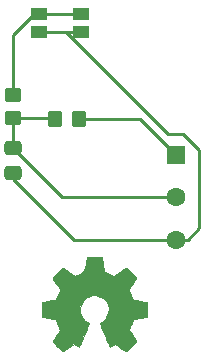
<source format=gbr>
%TF.GenerationSoftware,KiCad,Pcbnew,(6.0.5)*%
%TF.CreationDate,2022-05-15T18:56:35+01:00*%
%TF.ProjectId,shoulderButton,73686f75-6c64-4657-9242-7574746f6e2e,Rev1-F*%
%TF.SameCoordinates,Original*%
%TF.FileFunction,Copper,L1,Top*%
%TF.FilePolarity,Positive*%
%FSLAX46Y46*%
G04 Gerber Fmt 4.6, Leading zero omitted, Abs format (unit mm)*
G04 Created by KiCad (PCBNEW (6.0.5)) date 2022-05-15 18:56:35*
%MOMM*%
%LPD*%
G01*
G04 APERTURE LIST*
G04 Aperture macros list*
%AMRoundRect*
0 Rectangle with rounded corners*
0 $1 Rounding radius*
0 $2 $3 $4 $5 $6 $7 $8 $9 X,Y pos of 4 corners*
0 Add a 4 corners polygon primitive as box body*
4,1,4,$2,$3,$4,$5,$6,$7,$8,$9,$2,$3,0*
0 Add four circle primitives for the rounded corners*
1,1,$1+$1,$2,$3*
1,1,$1+$1,$4,$5*
1,1,$1+$1,$6,$7*
1,1,$1+$1,$8,$9*
0 Add four rect primitives between the rounded corners*
20,1,$1+$1,$2,$3,$4,$5,0*
20,1,$1+$1,$4,$5,$6,$7,0*
20,1,$1+$1,$6,$7,$8,$9,0*
20,1,$1+$1,$8,$9,$2,$3,0*%
G04 Aperture macros list end*
%TA.AperFunction,EtchedComponent*%
%ADD10C,0.010000*%
%TD*%
%TA.AperFunction,SMDPad,CuDef*%
%ADD11R,1.400000X1.050000*%
%TD*%
%TA.AperFunction,SMDPad,CuDef*%
%ADD12RoundRect,0.250000X-0.475000X0.337500X-0.475000X-0.337500X0.475000X-0.337500X0.475000X0.337500X0*%
%TD*%
%TA.AperFunction,SMDPad,CuDef*%
%ADD13RoundRect,0.250000X-0.450000X0.350000X-0.450000X-0.350000X0.450000X-0.350000X0.450000X0.350000X0*%
%TD*%
%TA.AperFunction,SMDPad,CuDef*%
%ADD14RoundRect,0.250000X0.350000X0.450000X-0.350000X0.450000X-0.350000X-0.450000X0.350000X-0.450000X0*%
%TD*%
%TA.AperFunction,ComponentPad*%
%ADD15RoundRect,0.250000X-0.550000X0.550000X-0.550000X-0.550000X0.550000X-0.550000X0.550000X0.550000X0*%
%TD*%
%TA.AperFunction,ComponentPad*%
%ADD16C,1.600000*%
%TD*%
%TA.AperFunction,Conductor*%
%ADD17C,0.250000*%
%TD*%
G04 APERTURE END LIST*
%TO.C,REF\u002A\u002A*%
G36*
X48625536Y-68609427D02*
G01*
X48738118Y-69206618D01*
X49153531Y-69377865D01*
X49568945Y-69549112D01*
X50067302Y-69210233D01*
X50206869Y-69115877D01*
X50333029Y-69031630D01*
X50439896Y-68961338D01*
X50521583Y-68908847D01*
X50572202Y-68878004D01*
X50585987Y-68871353D01*
X50610821Y-68888458D01*
X50663889Y-68935744D01*
X50739241Y-69007172D01*
X50830930Y-69096700D01*
X50933008Y-69198289D01*
X51039527Y-69305898D01*
X51144537Y-69413487D01*
X51242092Y-69515015D01*
X51326243Y-69604441D01*
X51391041Y-69675726D01*
X51430538Y-69722828D01*
X51439981Y-69738592D01*
X51426392Y-69767653D01*
X51388294Y-69831321D01*
X51329694Y-69923367D01*
X51254598Y-70037564D01*
X51167009Y-70167684D01*
X51116255Y-70241901D01*
X51023746Y-70377422D01*
X50941541Y-70499716D01*
X50873631Y-70602695D01*
X50824001Y-70680273D01*
X50796641Y-70726361D01*
X50792530Y-70736047D01*
X50801850Y-70763574D01*
X50827255Y-70827728D01*
X50864912Y-70919490D01*
X50910987Y-71029839D01*
X50961647Y-71149755D01*
X51013060Y-71270219D01*
X51061390Y-71382209D01*
X51102807Y-71476707D01*
X51133475Y-71544692D01*
X51149562Y-71577143D01*
X51150512Y-71578420D01*
X51175773Y-71584617D01*
X51243046Y-71598440D01*
X51345361Y-71618532D01*
X51475742Y-71643534D01*
X51627217Y-71672086D01*
X51715594Y-71688551D01*
X51877453Y-71719369D01*
X52023650Y-71748694D01*
X52146788Y-71774921D01*
X52239470Y-71796446D01*
X52294302Y-71811665D01*
X52305324Y-71816493D01*
X52316119Y-71849174D01*
X52324830Y-71922985D01*
X52331461Y-72029292D01*
X52336019Y-72159467D01*
X52338510Y-72304876D01*
X52338939Y-72456890D01*
X52337312Y-72606877D01*
X52333636Y-72746206D01*
X52327916Y-72866245D01*
X52320158Y-72958365D01*
X52310369Y-73013932D01*
X52304497Y-73025500D01*
X52269400Y-73039365D01*
X52195029Y-73059188D01*
X52091224Y-73082639D01*
X51967820Y-73107391D01*
X51924742Y-73115398D01*
X51717048Y-73153441D01*
X51552985Y-73184079D01*
X51427131Y-73208529D01*
X51334066Y-73228009D01*
X51268368Y-73243736D01*
X51224618Y-73256928D01*
X51197393Y-73268804D01*
X51181273Y-73280580D01*
X51179018Y-73282908D01*
X51156504Y-73320400D01*
X51122159Y-73393365D01*
X51079412Y-73492867D01*
X51031693Y-73609973D01*
X50982431Y-73735748D01*
X50935056Y-73861257D01*
X50892996Y-73977565D01*
X50859681Y-74075739D01*
X50838542Y-74146843D01*
X50833006Y-74181942D01*
X50833467Y-74183172D01*
X50852224Y-74211861D01*
X50894777Y-74274985D01*
X50956654Y-74365973D01*
X51033383Y-74478255D01*
X51120492Y-74605260D01*
X51145299Y-74641353D01*
X51233753Y-74772203D01*
X51311589Y-74891591D01*
X51374567Y-74992662D01*
X51418446Y-75068559D01*
X51438986Y-75112427D01*
X51439981Y-75117817D01*
X51422723Y-75146144D01*
X51375036Y-75202261D01*
X51303051Y-75280137D01*
X51212898Y-75373740D01*
X51110706Y-75477041D01*
X51002606Y-75584006D01*
X50894729Y-75688606D01*
X50793205Y-75784809D01*
X50704163Y-75866584D01*
X50633734Y-75927900D01*
X50588048Y-75962726D01*
X50575410Y-75968412D01*
X50545992Y-75955020D01*
X50485762Y-75918899D01*
X50404530Y-75866136D01*
X50342031Y-75823667D01*
X50228786Y-75745740D01*
X50094675Y-75653984D01*
X49960156Y-75562375D01*
X49887834Y-75513346D01*
X49643039Y-75347770D01*
X49437551Y-75458875D01*
X49343937Y-75507548D01*
X49264331Y-75545381D01*
X49210468Y-75566958D01*
X49196758Y-75569961D01*
X49180271Y-75547793D01*
X49147746Y-75485149D01*
X49101609Y-75387809D01*
X49044291Y-75261549D01*
X48978217Y-75112150D01*
X48905816Y-74945388D01*
X48829517Y-74767042D01*
X48751747Y-74582891D01*
X48674935Y-74398712D01*
X48601507Y-74220285D01*
X48533893Y-74053387D01*
X48474521Y-73903797D01*
X48425817Y-73777293D01*
X48390211Y-73679654D01*
X48370131Y-73616657D01*
X48366901Y-73595021D01*
X48392497Y-73567424D01*
X48448539Y-73522625D01*
X48523312Y-73469934D01*
X48529588Y-73465765D01*
X48722846Y-73311069D01*
X48878675Y-73130591D01*
X48995725Y-72930102D01*
X49072646Y-72715374D01*
X49108087Y-72492177D01*
X49100698Y-72266281D01*
X49049128Y-72043459D01*
X48952027Y-71829479D01*
X48923459Y-71782664D01*
X48774869Y-71593618D01*
X48599328Y-71441812D01*
X48402911Y-71328034D01*
X48191694Y-71253075D01*
X47971754Y-71217722D01*
X47749164Y-71222767D01*
X47530002Y-71268999D01*
X47320343Y-71357206D01*
X47126262Y-71488179D01*
X47066227Y-71541337D01*
X46913436Y-71707739D01*
X46802098Y-71882912D01*
X46725724Y-72079266D01*
X46683188Y-72273717D01*
X46672687Y-72492342D01*
X46707701Y-72712052D01*
X46784674Y-72925420D01*
X46900048Y-73125022D01*
X47050266Y-73303429D01*
X47231774Y-73453217D01*
X47255628Y-73469006D01*
X47331202Y-73520712D01*
X47388652Y-73565512D01*
X47416118Y-73594117D01*
X47416518Y-73595021D01*
X47410621Y-73625964D01*
X47387246Y-73696191D01*
X47348822Y-73799925D01*
X47297778Y-73931390D01*
X47236543Y-74084807D01*
X47167545Y-74254401D01*
X47093214Y-74434393D01*
X47015979Y-74619008D01*
X46938269Y-74802468D01*
X46862512Y-74978996D01*
X46791138Y-75142814D01*
X46726575Y-75288147D01*
X46671253Y-75409217D01*
X46627601Y-75500247D01*
X46598047Y-75555460D01*
X46586145Y-75569961D01*
X46549778Y-75558669D01*
X46481731Y-75528385D01*
X46393737Y-75484520D01*
X46345351Y-75458875D01*
X46139864Y-75347770D01*
X45895069Y-75513346D01*
X45770107Y-75598170D01*
X45633296Y-75691516D01*
X45505089Y-75779408D01*
X45440872Y-75823667D01*
X45350552Y-75884318D01*
X45274072Y-75932381D01*
X45221408Y-75961770D01*
X45204303Y-75967982D01*
X45179406Y-75951223D01*
X45124306Y-75904436D01*
X45044344Y-75832480D01*
X44944861Y-75740212D01*
X44831201Y-75632490D01*
X44759316Y-75563326D01*
X44633552Y-75439757D01*
X44524864Y-75329234D01*
X44437646Y-75236485D01*
X44376290Y-75166237D01*
X44345192Y-75123220D01*
X44342209Y-75114490D01*
X44356054Y-75081284D01*
X44394313Y-75014142D01*
X44452742Y-74919863D01*
X44527098Y-74805245D01*
X44613136Y-74677083D01*
X44637603Y-74641353D01*
X44726755Y-74511489D01*
X44806739Y-74394569D01*
X44873081Y-74297162D01*
X44921312Y-74225839D01*
X44946958Y-74187170D01*
X44949436Y-74183172D01*
X44945730Y-74152355D01*
X44926062Y-74084599D01*
X44893861Y-73988839D01*
X44852556Y-73874009D01*
X44805576Y-73749044D01*
X44756350Y-73622879D01*
X44708309Y-73504448D01*
X44664882Y-73402685D01*
X44629497Y-73326526D01*
X44605585Y-73284904D01*
X44603885Y-73282908D01*
X44589263Y-73271013D01*
X44564566Y-73259250D01*
X44524373Y-73246401D01*
X44463264Y-73231249D01*
X44375818Y-73212576D01*
X44256613Y-73189165D01*
X44100228Y-73159797D01*
X43901244Y-73123255D01*
X43858161Y-73115398D01*
X43730471Y-73090727D01*
X43619154Y-73066593D01*
X43534046Y-73045324D01*
X43484984Y-73029248D01*
X43478406Y-73025500D01*
X43467565Y-72992273D01*
X43458754Y-72918021D01*
X43451977Y-72811376D01*
X43447241Y-72680967D01*
X43444551Y-72535427D01*
X43443914Y-72383386D01*
X43445335Y-72233476D01*
X43448821Y-72094328D01*
X43454377Y-71974572D01*
X43462009Y-71882841D01*
X43471723Y-71827766D01*
X43477579Y-71816493D01*
X43510181Y-71805123D01*
X43584419Y-71786624D01*
X43692897Y-71762602D01*
X43828218Y-71734662D01*
X43982986Y-71704408D01*
X44067308Y-71688551D01*
X44227297Y-71658644D01*
X44369968Y-71631550D01*
X44488349Y-71608631D01*
X44575466Y-71591243D01*
X44624346Y-71580747D01*
X44632391Y-71578420D01*
X44645988Y-71552186D01*
X44674730Y-71488995D01*
X44714786Y-71397877D01*
X44762325Y-71287857D01*
X44813516Y-71167965D01*
X44864527Y-71047227D01*
X44911527Y-70934671D01*
X44950685Y-70839326D01*
X44978170Y-70770217D01*
X44990150Y-70736374D01*
X44990373Y-70734895D01*
X44976792Y-70708197D01*
X44938716Y-70646760D01*
X44880148Y-70556689D01*
X44805089Y-70444090D01*
X44717541Y-70315070D01*
X44666648Y-70240961D01*
X44573910Y-70105077D01*
X44491542Y-69981709D01*
X44423562Y-69877097D01*
X44373989Y-69797483D01*
X44346843Y-69749107D01*
X44342922Y-69738262D01*
X44359776Y-69713020D01*
X44406369Y-69659124D01*
X44476749Y-69582613D01*
X44564966Y-69489523D01*
X44665066Y-69385895D01*
X44771099Y-69277764D01*
X44877112Y-69171170D01*
X44977153Y-69072150D01*
X45065271Y-68986742D01*
X45135514Y-68920985D01*
X45181929Y-68880916D01*
X45197457Y-68871353D01*
X45222740Y-68884800D01*
X45283212Y-68922575D01*
X45372993Y-68980835D01*
X45486204Y-69055734D01*
X45616964Y-69143425D01*
X45715600Y-69210233D01*
X46213958Y-69549112D01*
X46629371Y-69377865D01*
X47044785Y-69206618D01*
X47157367Y-68609427D01*
X47269950Y-68012235D01*
X48512953Y-68012235D01*
X48625536Y-68609427D01*
G37*
D10*
X48625536Y-68609427D02*
X48738118Y-69206618D01*
X49153531Y-69377865D01*
X49568945Y-69549112D01*
X50067302Y-69210233D01*
X50206869Y-69115877D01*
X50333029Y-69031630D01*
X50439896Y-68961338D01*
X50521583Y-68908847D01*
X50572202Y-68878004D01*
X50585987Y-68871353D01*
X50610821Y-68888458D01*
X50663889Y-68935744D01*
X50739241Y-69007172D01*
X50830930Y-69096700D01*
X50933008Y-69198289D01*
X51039527Y-69305898D01*
X51144537Y-69413487D01*
X51242092Y-69515015D01*
X51326243Y-69604441D01*
X51391041Y-69675726D01*
X51430538Y-69722828D01*
X51439981Y-69738592D01*
X51426392Y-69767653D01*
X51388294Y-69831321D01*
X51329694Y-69923367D01*
X51254598Y-70037564D01*
X51167009Y-70167684D01*
X51116255Y-70241901D01*
X51023746Y-70377422D01*
X50941541Y-70499716D01*
X50873631Y-70602695D01*
X50824001Y-70680273D01*
X50796641Y-70726361D01*
X50792530Y-70736047D01*
X50801850Y-70763574D01*
X50827255Y-70827728D01*
X50864912Y-70919490D01*
X50910987Y-71029839D01*
X50961647Y-71149755D01*
X51013060Y-71270219D01*
X51061390Y-71382209D01*
X51102807Y-71476707D01*
X51133475Y-71544692D01*
X51149562Y-71577143D01*
X51150512Y-71578420D01*
X51175773Y-71584617D01*
X51243046Y-71598440D01*
X51345361Y-71618532D01*
X51475742Y-71643534D01*
X51627217Y-71672086D01*
X51715594Y-71688551D01*
X51877453Y-71719369D01*
X52023650Y-71748694D01*
X52146788Y-71774921D01*
X52239470Y-71796446D01*
X52294302Y-71811665D01*
X52305324Y-71816493D01*
X52316119Y-71849174D01*
X52324830Y-71922985D01*
X52331461Y-72029292D01*
X52336019Y-72159467D01*
X52338510Y-72304876D01*
X52338939Y-72456890D01*
X52337312Y-72606877D01*
X52333636Y-72746206D01*
X52327916Y-72866245D01*
X52320158Y-72958365D01*
X52310369Y-73013932D01*
X52304497Y-73025500D01*
X52269400Y-73039365D01*
X52195029Y-73059188D01*
X52091224Y-73082639D01*
X51967820Y-73107391D01*
X51924742Y-73115398D01*
X51717048Y-73153441D01*
X51552985Y-73184079D01*
X51427131Y-73208529D01*
X51334066Y-73228009D01*
X51268368Y-73243736D01*
X51224618Y-73256928D01*
X51197393Y-73268804D01*
X51181273Y-73280580D01*
X51179018Y-73282908D01*
X51156504Y-73320400D01*
X51122159Y-73393365D01*
X51079412Y-73492867D01*
X51031693Y-73609973D01*
X50982431Y-73735748D01*
X50935056Y-73861257D01*
X50892996Y-73977565D01*
X50859681Y-74075739D01*
X50838542Y-74146843D01*
X50833006Y-74181942D01*
X50833467Y-74183172D01*
X50852224Y-74211861D01*
X50894777Y-74274985D01*
X50956654Y-74365973D01*
X51033383Y-74478255D01*
X51120492Y-74605260D01*
X51145299Y-74641353D01*
X51233753Y-74772203D01*
X51311589Y-74891591D01*
X51374567Y-74992662D01*
X51418446Y-75068559D01*
X51438986Y-75112427D01*
X51439981Y-75117817D01*
X51422723Y-75146144D01*
X51375036Y-75202261D01*
X51303051Y-75280137D01*
X51212898Y-75373740D01*
X51110706Y-75477041D01*
X51002606Y-75584006D01*
X50894729Y-75688606D01*
X50793205Y-75784809D01*
X50704163Y-75866584D01*
X50633734Y-75927900D01*
X50588048Y-75962726D01*
X50575410Y-75968412D01*
X50545992Y-75955020D01*
X50485762Y-75918899D01*
X50404530Y-75866136D01*
X50342031Y-75823667D01*
X50228786Y-75745740D01*
X50094675Y-75653984D01*
X49960156Y-75562375D01*
X49887834Y-75513346D01*
X49643039Y-75347770D01*
X49437551Y-75458875D01*
X49343937Y-75507548D01*
X49264331Y-75545381D01*
X49210468Y-75566958D01*
X49196758Y-75569961D01*
X49180271Y-75547793D01*
X49147746Y-75485149D01*
X49101609Y-75387809D01*
X49044291Y-75261549D01*
X48978217Y-75112150D01*
X48905816Y-74945388D01*
X48829517Y-74767042D01*
X48751747Y-74582891D01*
X48674935Y-74398712D01*
X48601507Y-74220285D01*
X48533893Y-74053387D01*
X48474521Y-73903797D01*
X48425817Y-73777293D01*
X48390211Y-73679654D01*
X48370131Y-73616657D01*
X48366901Y-73595021D01*
X48392497Y-73567424D01*
X48448539Y-73522625D01*
X48523312Y-73469934D01*
X48529588Y-73465765D01*
X48722846Y-73311069D01*
X48878675Y-73130591D01*
X48995725Y-72930102D01*
X49072646Y-72715374D01*
X49108087Y-72492177D01*
X49100698Y-72266281D01*
X49049128Y-72043459D01*
X48952027Y-71829479D01*
X48923459Y-71782664D01*
X48774869Y-71593618D01*
X48599328Y-71441812D01*
X48402911Y-71328034D01*
X48191694Y-71253075D01*
X47971754Y-71217722D01*
X47749164Y-71222767D01*
X47530002Y-71268999D01*
X47320343Y-71357206D01*
X47126262Y-71488179D01*
X47066227Y-71541337D01*
X46913436Y-71707739D01*
X46802098Y-71882912D01*
X46725724Y-72079266D01*
X46683188Y-72273717D01*
X46672687Y-72492342D01*
X46707701Y-72712052D01*
X46784674Y-72925420D01*
X46900048Y-73125022D01*
X47050266Y-73303429D01*
X47231774Y-73453217D01*
X47255628Y-73469006D01*
X47331202Y-73520712D01*
X47388652Y-73565512D01*
X47416118Y-73594117D01*
X47416518Y-73595021D01*
X47410621Y-73625964D01*
X47387246Y-73696191D01*
X47348822Y-73799925D01*
X47297778Y-73931390D01*
X47236543Y-74084807D01*
X47167545Y-74254401D01*
X47093214Y-74434393D01*
X47015979Y-74619008D01*
X46938269Y-74802468D01*
X46862512Y-74978996D01*
X46791138Y-75142814D01*
X46726575Y-75288147D01*
X46671253Y-75409217D01*
X46627601Y-75500247D01*
X46598047Y-75555460D01*
X46586145Y-75569961D01*
X46549778Y-75558669D01*
X46481731Y-75528385D01*
X46393737Y-75484520D01*
X46345351Y-75458875D01*
X46139864Y-75347770D01*
X45895069Y-75513346D01*
X45770107Y-75598170D01*
X45633296Y-75691516D01*
X45505089Y-75779408D01*
X45440872Y-75823667D01*
X45350552Y-75884318D01*
X45274072Y-75932381D01*
X45221408Y-75961770D01*
X45204303Y-75967982D01*
X45179406Y-75951223D01*
X45124306Y-75904436D01*
X45044344Y-75832480D01*
X44944861Y-75740212D01*
X44831201Y-75632490D01*
X44759316Y-75563326D01*
X44633552Y-75439757D01*
X44524864Y-75329234D01*
X44437646Y-75236485D01*
X44376290Y-75166237D01*
X44345192Y-75123220D01*
X44342209Y-75114490D01*
X44356054Y-75081284D01*
X44394313Y-75014142D01*
X44452742Y-74919863D01*
X44527098Y-74805245D01*
X44613136Y-74677083D01*
X44637603Y-74641353D01*
X44726755Y-74511489D01*
X44806739Y-74394569D01*
X44873081Y-74297162D01*
X44921312Y-74225839D01*
X44946958Y-74187170D01*
X44949436Y-74183172D01*
X44945730Y-74152355D01*
X44926062Y-74084599D01*
X44893861Y-73988839D01*
X44852556Y-73874009D01*
X44805576Y-73749044D01*
X44756350Y-73622879D01*
X44708309Y-73504448D01*
X44664882Y-73402685D01*
X44629497Y-73326526D01*
X44605585Y-73284904D01*
X44603885Y-73282908D01*
X44589263Y-73271013D01*
X44564566Y-73259250D01*
X44524373Y-73246401D01*
X44463264Y-73231249D01*
X44375818Y-73212576D01*
X44256613Y-73189165D01*
X44100228Y-73159797D01*
X43901244Y-73123255D01*
X43858161Y-73115398D01*
X43730471Y-73090727D01*
X43619154Y-73066593D01*
X43534046Y-73045324D01*
X43484984Y-73029248D01*
X43478406Y-73025500D01*
X43467565Y-72992273D01*
X43458754Y-72918021D01*
X43451977Y-72811376D01*
X43447241Y-72680967D01*
X43444551Y-72535427D01*
X43443914Y-72383386D01*
X43445335Y-72233476D01*
X43448821Y-72094328D01*
X43454377Y-71974572D01*
X43462009Y-71882841D01*
X43471723Y-71827766D01*
X43477579Y-71816493D01*
X43510181Y-71805123D01*
X43584419Y-71786624D01*
X43692897Y-71762602D01*
X43828218Y-71734662D01*
X43982986Y-71704408D01*
X44067308Y-71688551D01*
X44227297Y-71658644D01*
X44369968Y-71631550D01*
X44488349Y-71608631D01*
X44575466Y-71591243D01*
X44624346Y-71580747D01*
X44632391Y-71578420D01*
X44645988Y-71552186D01*
X44674730Y-71488995D01*
X44714786Y-71397877D01*
X44762325Y-71287857D01*
X44813516Y-71167965D01*
X44864527Y-71047227D01*
X44911527Y-70934671D01*
X44950685Y-70839326D01*
X44978170Y-70770217D01*
X44990150Y-70736374D01*
X44990373Y-70734895D01*
X44976792Y-70708197D01*
X44938716Y-70646760D01*
X44880148Y-70556689D01*
X44805089Y-70444090D01*
X44717541Y-70315070D01*
X44666648Y-70240961D01*
X44573910Y-70105077D01*
X44491542Y-69981709D01*
X44423562Y-69877097D01*
X44373989Y-69797483D01*
X44346843Y-69749107D01*
X44342922Y-69738262D01*
X44359776Y-69713020D01*
X44406369Y-69659124D01*
X44476749Y-69582613D01*
X44564966Y-69489523D01*
X44665066Y-69385895D01*
X44771099Y-69277764D01*
X44877112Y-69171170D01*
X44977153Y-69072150D01*
X45065271Y-68986742D01*
X45135514Y-68920985D01*
X45181929Y-68880916D01*
X45197457Y-68871353D01*
X45222740Y-68884800D01*
X45283212Y-68922575D01*
X45372993Y-68980835D01*
X45486204Y-69055734D01*
X45616964Y-69143425D01*
X45715600Y-69210233D01*
X46213958Y-69549112D01*
X46629371Y-69377865D01*
X47044785Y-69206618D01*
X47157367Y-68609427D01*
X47269950Y-68012235D01*
X48512953Y-68012235D01*
X48625536Y-68609427D01*
%TD*%
D11*
%TO.P,SW1,1_1,A*%
%TO.N,GND*%
X46780791Y-48895000D03*
%TO.P,SW1,1_2,A*%
X43180791Y-48895000D03*
%TO.P,SW1,2_1,B*%
%TO.N,Net-(R2-Pad1)*%
X46780791Y-47445000D03*
%TO.P,SW1,2_2,B*%
X43180791Y-47445000D03*
%TD*%
D12*
%TO.P,C1,1*%
%TO.N,Net-(C1-Pad1)*%
X41037000Y-58779500D03*
%TO.P,C1,2*%
%TO.N,GND*%
X41037000Y-60854500D03*
%TD*%
D13*
%TO.P,R2,1*%
%TO.N,Net-(R2-Pad1)*%
X41037000Y-54245000D03*
%TO.P,R2,2*%
%TO.N,Net-(C1-Pad1)*%
X41037000Y-56245000D03*
%TD*%
D14*
%TO.P,R1,1*%
%TO.N,/3v3*%
X46593000Y-56261000D03*
%TO.P,R1,2*%
%TO.N,Net-(C1-Pad1)*%
X44593000Y-56261000D03*
%TD*%
D15*
%TO.P,J1,1,Pin_1*%
%TO.N,/3v3*%
X54798000Y-59309000D03*
D16*
%TO.P,J1,2,Pin_2*%
%TO.N,Net-(C1-Pad1)*%
X54798000Y-62909000D03*
%TO.P,J1,3,Pin_3*%
%TO.N,GND*%
X54798000Y-66509000D03*
%TD*%
D17*
%TO.N,Net-(C1-Pad1)*%
X41037000Y-56245000D02*
X44577000Y-56245000D01*
X44577000Y-56245000D02*
X44593000Y-56261000D01*
X45166500Y-62909000D02*
X41037000Y-58779500D01*
X41037000Y-56245000D02*
X41037000Y-58779500D01*
X54798000Y-62909000D02*
X45166500Y-62909000D01*
%TO.N,Net-(R2-Pad1)*%
X42756769Y-47445000D02*
X41037000Y-49164769D01*
X46780791Y-47445000D02*
X42756769Y-47445000D01*
X41037000Y-49164769D02*
X41037000Y-54245000D01*
%TO.N,GND*%
X46189000Y-66509000D02*
X41037000Y-61357000D01*
X54798000Y-66509000D02*
X46189000Y-66509000D01*
X41037000Y-61320500D02*
X41037000Y-60854500D01*
X56769000Y-65532000D02*
X55792000Y-66509000D01*
X55792000Y-66509000D02*
X54798000Y-66509000D01*
X43180791Y-48895000D02*
X45466000Y-48895000D01*
X45466000Y-48895000D02*
X54102000Y-57531000D01*
X43180791Y-48895000D02*
X46780791Y-48895000D01*
X54102000Y-57531000D02*
X55372000Y-57531000D01*
X41037000Y-61357000D02*
X41037000Y-60854500D01*
X56769000Y-58928000D02*
X56769000Y-65532000D01*
X55372000Y-57531000D02*
X56769000Y-58928000D01*
%TO.N,/3v3*%
X46593000Y-56261000D02*
X51750000Y-56261000D01*
X51750000Y-56261000D02*
X54798000Y-59309000D01*
%TD*%
M02*

</source>
